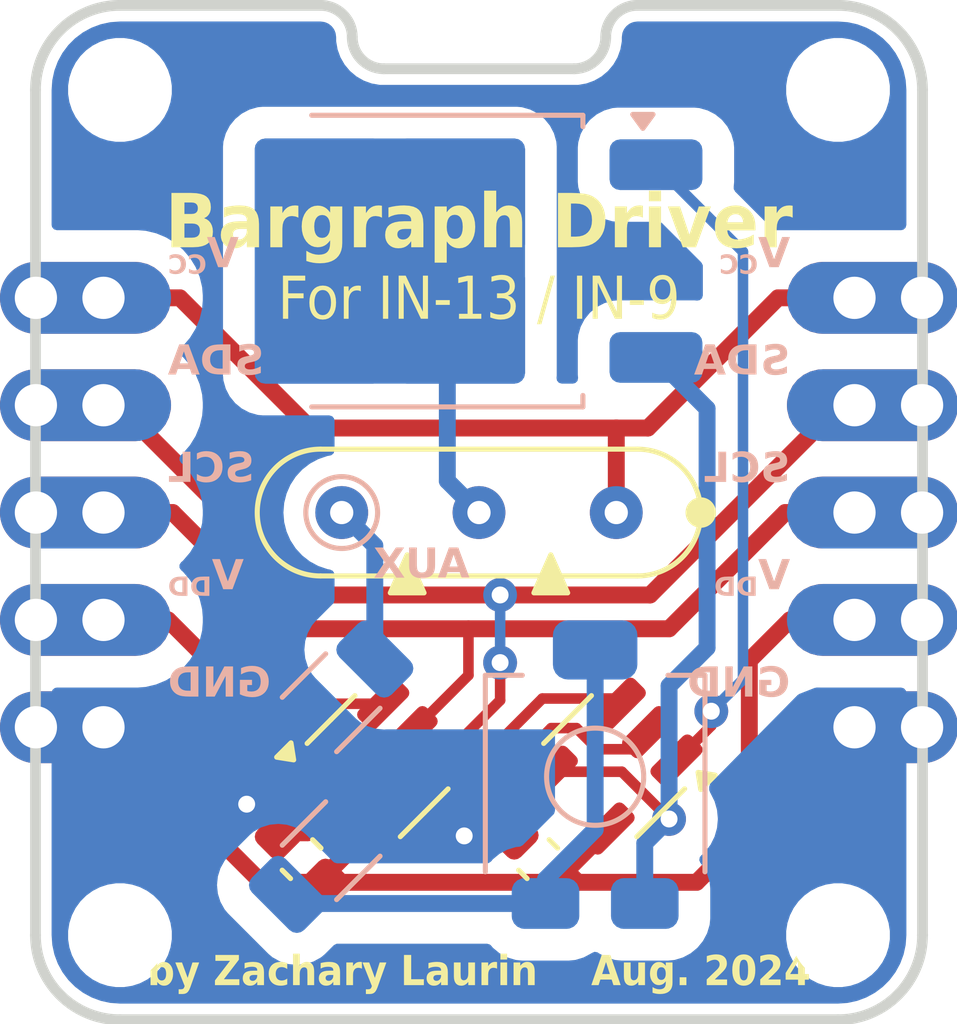
<source format=kicad_pcb>
(kicad_pcb (version 20240108) (generator "pcbnew") (generator_version "8.0")
  (title_block (title "Bargraph Driver") (date "2024-08-12") (rev "1.0.0") (comment 3 "For IN-13 and IN-9 Neon Tubes") (comment 4 "By Zachary Laurin"))
  (layers (0 "F.Cu" signal) (31 "B.Cu" signal) (34 "B.Paste" user) (35 "F.Paste" user) (36 "B.SilkS" user "B.Silkscreen") (37 "F.SilkS" user "F.Silkscreen") (38 "B.Mask" user) (39 "F.Mask" user) (44 "Edge.Cuts" user))
  (net 0 "")
  (net 1 "GND")
  (net 2 "+5V")
  (net 3 "SCL")
  (net 4 "SDA")
  (net 5 "+150V")
  (net 6 "Net-(Q1-C)")
  (net 7 "Net-(Q1-B)")
  (net 8 "Net-(Q1-E)")
  (net 9 "Net-(V1-AUX_Cathode)")
  (net 10 "Net-(R2-Pad1)")
  (net 11 "Net-(U1-+)")
  (footprint "Bargraph:MountingHoleM2" (layer "F.Cu") (at 157 95)
    (property "Reference" "H2" (hide yes))
    (property "Value" "MountingHole" (hide yes))
    (pad "" np_thru_hole circle (at 0 0) (size 2.2 2.2) (drill 2.2) (layers "F&B.Cu" "*.Mask"))
  )
  (footprint "Bargraph:IN-13" (layer "F.Cu") (at 148.5 105)
    (property "Reference" "V1" (hide yes))
    (property "Value" "IN-13" (hide yes))
    (fp_circle (center -3.25 0) (end -2.4 0) (stroke (width 0.12)) (fill none) (layer "B.SilkS"))
    (fp_line (start -3.75 -1.5) (end 3.75 -1.5) (stroke (width 0.12)) (layer "F.SilkS"))
    (fp_line (start 3.75 1.5) (end -3.75 1.5) (stroke (width 0.12)) (layer "F.SilkS"))
    (fp_arc (start -3.75 1.5) (mid -5.25 0) (end -3.75 -1.5) (stroke (width 0.12)) (layer "F.SilkS"))
    (fp_arc (start 3.75 -1.5) (mid 5.25 0) (end 3.75 1.5) (stroke (width 0.12)) (layer "F.SilkS"))
    (fp_circle (center 5.25 0) (end 5.55 0) (stroke (width 0.12)) (fill solid) (layer "F.SilkS"))
    (fp_poly (pts (xy -2.1 1.9) (xy -1.7 1) (xy -1.3 1.9)) (stroke (width 0.12)) (fill solid) (layer "F.SilkS"))
    (fp_poly (pts (xy 1.3 1.9) (xy 1.7 1) (xy 2.1 1.9)) (stroke (width 0.12)) (fill solid) (layer "F.SilkS"))
    (fp_text user "AUX" (at -2.5 1.25 0) (layer "B.SilkS") (effects (font (size 0.7 0.7) (thickness 0.0875)) (justify right mirror)))
    (pad "1" thru_hole circle (at 3.25 0) (size 1.25 1.25) (drill 0.55) (layers "*.Cu" "*.Mask") (net 5 "+150V"))
    (pad "2" thru_hole circle (at 0 0) (size 1.25 1.25) (drill 0.55) (layers "*.Cu" "*.Mask") (net 6 "Net-(Q1-C)"))
    (pad "3" thru_hole circle (at -3.25 0) (size 1.25 1.25) (drill 0.55) (layers "*.Cu" "*.Mask") (net 9 "Net-(V1-AUX_Cathode)"))
  )
  (footprint "Bargraph:MountingHoleM2" (layer "F.Cu") (at 140 115)
    (property "Reference" "H3" (hide yes))
    (property "Value" "MountingHole" (hide yes))
    (pad "" np_thru_hole circle (at 0 0) (size 2.2 2.2) (drill 2.2) (layers "F&B.Cu" "*.Mask"))
  )
  (footprint "Package_TO_SOT_SMD:SOT-23-5" (layer "F.Cu") (at 151.7 111 -135)
    (property "Reference" "U1" (hide yes))
    (property "Value" "MCP6001" (hide yes))
    (fp_line (start 0 1.560001) (end 0.8 1.56) (stroke (width 0.12)) (layer "F.SilkS"))
    (fp_line (start 0 1.560001) (end -0.8 1.56) (stroke (width 0.12)) (layer "F.SilkS"))
    (fp_line (start 0 -1.560001) (end 0.8 -1.56) (stroke (width 0.12)) (layer "F.SilkS"))
    (fp_line (start 0 -1.560001) (end -0.8 -1.56) (stroke (width 0.12)) (layer "F.SilkS"))
    (fp_poly (pts (xy -1.3 -1.51) (xy -1.54 -1.84) (xy -1.06 -1.84) (xy -1.3 -1.51)) (stroke (width 0.12)) (fill solid) (layer "F.SilkS"))
    (pad "1" smd roundrect (at -1.1375 -0.949999 225) (size 1.325 0.6) (layers "F.Cu" "F.Paste" "F.Mask") (net 7 "Net-(Q1-B)"))
    (pad "2" smd roundrect (at -1.1375 0 225) (size 1.325 0.6) (layers "F.Cu" "F.Paste" "F.Mask") (net 1 "GND"))
    (pad "3" smd roundrect (at -1.1375 0.949999 225) (size 1.325 0.6) (layers "F.Cu" "F.Paste" "F.Mask") (net 11 "Net-(U1-+)"))
    (pad "4" smd roundrect (at 1.1375 0.949999 225) (size 1.325 0.6) (layers "F.Cu" "F.Paste" "F.Mask") (net 8 "Net-(Q1-E)"))
    (pad "5" smd roundrect (at 1.1375 -0.949999 225) (size 1.325 0.6) (layers "F.Cu" "F.Paste" "F.Mask") (net 2 "+5V"))
  )
  (footprint "Bargraph:MountingHoleM2" (layer "F.Cu") (at 140 95)
    (property "Reference" "H1" (hide yes))
    (property "Value" "MountingHole" (hide yes))
    (pad "" np_thru_hole circle (at 0 0) (size 2.2 2.2) (drill 2.2) (layers "F&B.Cu" "*.Mask"))
  )
  (footprint "Bargraph:Connector" (layer "F.Cu") (at 139.61 105)
    (property "Reference" "J1" (hide yes))
    (property "Value" "Conn_01x05" (hide yes))
    (fp_text user "GND" (at 1.524 4.064 0) (layer "B.SilkS") (effects (font (size 0.7 0.7) (thickness 0.0875)) (justify right mirror)))
    (fp_text user "V_{DD}" (at 1.524 1.524 0) (layer "B.SilkS") (effects (font (size 0.7 0.7) (thickness 0.0875)) (justify right mirror)))
    (fp_text user "V_{CC}" (at 1.524 -6.096 0) (layer "B.SilkS") (effects (font (size 0.7 0.7) (thickness 0.0875)) (justify right mirror)))
    (fp_text user "SDA" (at 1.524 -3.556 0) (layer "B.SilkS") (effects (font (size 0.7 0.7) (thickness 0.0875)) (justify right mirror)))
    (fp_text user "SCL" (at 1.524 -1.016 0) (layer "B.SilkS") (effects (font (size 0.7 0.7) (thickness 0.0875)) (justify right mirror)))
    (pad "1" thru_hole circle (at -1.6 -5.08) (size 1.7 1.7) (drill 1) (layers "*.Cu" "*.Mask") (net 5 "+150V"))
    (pad "1" thru_hole roundrect (at 0 -5.08) (size 3.2 1.7) (drill 1) (layers "*.Cu" "*.Mask") (roundrect_rratio 0.5) (chamfer_ratio 0) (chamfer top_left bottom_left) (net 5 "+150V"))
    (pad "2" thru_hole circle (at -1.6 -2.54) (size 1.7 1.7) (drill 1) (layers "*.Cu" "*.Mask") (net 4 "SDA"))
    (pad "2" thru_hole roundrect (at 0 -2.54) (size 3.2 1.7) (drill 1) (layers "*.Cu" "*.Mask") (roundrect_rratio 0.5) (chamfer_ratio 0) (chamfer top_left bottom_left) (net 4 "SDA"))
    (pad "3" thru_hole circle (at -1.6 0) (size 1.7 1.7) (drill 1) (layers "*.Cu" "*.Mask") (net 3 "SCL"))
    (pad "3" thru_hole roundrect (at 0 0) (size 3.2 1.7) (drill 1) (layers "*.Cu" "*.Mask") (roundrect_rratio 0.5) (chamfer_ratio 0) (chamfer top_left bottom_left) (net 3 "SCL"))
    (pad "4" thru_hole circle (at -1.6 2.54) (size 1.7 1.7) (drill 1) (layers "*.Cu" "*.Mask") (net 2 "+5V"))
    (pad "4" thru_hole roundrect (at 0 2.54) (size 3.2 1.7) (drill 1) (layers "*.Cu" "*.Mask") (roundrect_rratio 0.5) (chamfer_ratio 0) (chamfer top_left bottom_left) (net 2 "+5V"))
    (pad "5" thru_hole circle (at -1.6 5.08) (size 1.7 1.7) (drill 1) (layers "*.Cu" "*.Mask") (net 1 "GND"))
    (pad "5" thru_hole roundrect (at 0 5.08) (size 3.2 1.7) (drill 1) (layers "*.Cu" "*.Mask") (roundrect_rratio 0.5) (chamfer_ratio 0) (chamfer top_left bottom_left) (net 1 "GND"))
  )
  (footprint "Capacitor_SMD:C_0603_1608Metric" (layer "F.Cu") (at 144.3 113.2 135)
    (property "Reference" "C2" (hide yes))
    (property "Value" "0.1uF" (hide yes))
    (fp_line (start -0.140581 -0.51) (end 0.140581 -0.51) (stroke (width 0.12)) (layer "F.SilkS"))
    (fp_line (start -0.140581 0.51) (end 0.140581 0.51) (stroke (width 0.12)) (layer "F.SilkS"))
    (pad "1" smd roundrect (at -0.775 0 135) (size 0.9 0.95) (layers "F.Cu" "F.Paste" "F.Mask") (net 2 "+5V"))
    (pad "2" smd roundrect (at 0.775 0 135) (size 0.9 0.95) (layers "F.Cu" "F.Paste" "F.Mask") (net 1 "GND"))
  )
  (footprint "Bargraph:MountingHoleM2" (layer "F.Cu") (at 157 115)
    (property "Reference" "H4" (hide yes))
    (property "Value" "MountingHole" (hide yes))
    (pad "" np_thru_hole circle (at 0 0) (size 2.2 2.2) (drill 2.2) (layers "F&B.Cu" "*.Mask"))
  )
  (footprint "Capacitor_SMD:C_0603_1608Metric" (layer "F.Cu") (at 149.9 113.2 135)
    (property "Reference" "C1" (hide yes))
    (property "Value" "0.1uF" (hide yes))
    (fp_line (start -0.140581 -0.51) (end 0.140581 -0.51) (stroke (width 0.12)) (layer "F.SilkS"))
    (fp_line (start -0.140581 0.51) (end 0.140581 0.51) (stroke (width 0.12)) (layer "F.SilkS"))
    (pad "1" smd roundrect (at -0.775 0 135) (size 0.9 0.95) (layers "F.Cu" "F.Paste" "F.Mask") (net 2 "+5V"))
    (pad "2" smd roundrect (at 0.775 0 135) (size 0.9 0.95) (layers "F.Cu" "F.Paste" "F.Mask") (net 1 "GND"))
  )
  (footprint "Package_TO_SOT_SMD:SOT-23-6" (layer "F.Cu") (at 146.1 111 45)
    (property "Reference" "U2" (hide yes))
    (property "Value" "MCP4706" (hide yes))
    (fp_line (start 0 -1.560001) (end -0.8 -1.56) (stroke (width 0.12)) (layer "F.SilkS"))
    (fp_line (start 0 -1.560001) (end 0.8 -1.56) (stroke (width 0.12)) (layer "F.SilkS"))
    (fp_line (start 0 1.560001) (end -0.8 1.56) (stroke (width 0.12)) (layer "F.SilkS"))
    (fp_line (start 0 1.560001) (end 0.8 1.56) (stroke (width 0.12)) (layer "F.SilkS"))
    (fp_poly (pts (xy -1.3 -1.51) (xy -1.54 -1.84) (xy -1.06 -1.84) (xy -1.3 -1.51)) (stroke (width 0.12)) (fill solid) (layer "F.SilkS"))
    (pad "1" smd roundrect (at -1.1375 -0.949999 45) (size 1.325 0.6) (layers "F.Cu" "F.Paste" "F.Mask") (net 11 "Net-(U1-+)"))
    (pad "2" smd roundrect (at -1.1375 0 45) (size 1.325 0.6) (layers "F.Cu" "F.Paste" "F.Mask") (net 1 "GND"))
    (pad "3" smd roundrect (at -1.1375 0.949999 45) (size 1.325 0.6) (layers "F.Cu" "F.Paste" "F.Mask") (net 2 "+5V"))
    (pad "4" smd roundrect (at 1.1375 0.949999 45) (size 1.325 0.6) (layers "F.Cu" "F.Paste" "F.Mask") (net 4 "SDA"))
    (pad "5" smd roundrect (at 1.1375 0 45) (size 1.325 0.6) (layers "F.Cu" "F.Paste" "F.Mask") (net 3 "SCL"))
    (pad "6" smd roundrect (at 1.1375 -0.949999 45) (size 1.325 0.6) (layers "F.Cu" "F.Paste" "F.Mask") (net 2 "+5V"))
  )
  (footprint "Bargraph:Connector" (layer "B.Cu") (at 157.39 105 180)
    (property "Reference" "J2" (hide yes))
    (property "Value" "Conn_01x05" (hide yes))
    (fp_text user "V_{CC}" (at 1.524 6.096 0) (layer "B.SilkS") (effects (font (size 0.7 0.7) (thickness 0.0875)) (justify left mirror)))
    (fp_text user "V_{DD}" (at 1.524 -1.524 0) (layer "B.SilkS") (effects (font (size 0.7 0.7) (thickness 0.0875)) (justify left mirror)))
    (fp_text user "GND" (at 1.524 -4.064 0) (layer "B.SilkS") (effects (font (size 0.7 0.7) (thickness 0.0875)) (justify left mirror)))
    (fp_text user "SCL" (at 1.524 1.016 0) (layer "B.SilkS") (effects (font (size 0.7 0.7) (thickness 0.0875)) (justify left mirror)))
    (fp_text user "SDA" (at 1.524 3.556 0) (layer "B.SilkS") (effects (font (size 0.7 0.7) (thickness 0.0875)) (justify left mirror)))
    (pad "1" thru_hole circle (at -1.6 5.08 180) (size 1.7 1.7) (drill 1) (layers "*.Cu" "*.Mask") (net 5 "+150V"))
    (pad "1" thru_hole roundrect (at 0 5.08 180) (size 3.2 1.7) (drill 1) (layers "*.Cu" "*.Mask") (roundrect_rratio 0.5) (chamfer_ratio 0) (chamfer top_left bottom_left) (net 5 "+150V"))
    (pad "2" thru_hole circle (at -1.6 2.54 180) (size 1.7 1.7) (drill 1) (layers "*.Cu" "*.Mask") (net 4 "SDA"))
    (pad "2" thru_hole roundrect (at 0 2.54 180) (size 3.2 1.7) (drill 1) (layers "*.Cu" "*.Mask") (roundrect_rratio 0.5) (chamfer_ratio 0) (chamfer top_left bottom_left) (net 4 "SDA"))
    (pad "3" thru_hole circle (at -1.6 0 180) (size 1.7 1.7) (drill 1) (layers "*.Cu" "*.Mask") (net 3 "SCL"))
    (pad "3" thru_hole roundrect (at 0 0 180) (size 3.2 1.7) (drill 1) (layers "*.Cu" "*.Mask") (roundrect_rratio 0.5) (chamfer_ratio 0) (chamfer top_left bottom_left) (net 3 "SCL"))
    (pad "4" thru_hole circle (at -1.6 -2.54 180) (size 1.7 1.7) (drill 1) (layers "*.Cu" "*.Mask") (net 2 "+5V"))
    (pad "4" thru_hole roundrect (at 0 -2.54 180) (size 3.2 1.7) (drill 1) (layers "*.Cu" "*.Mask") (roundrect_rratio 0.5) (chamfer_ratio 0) (chamfer top_left bottom_left) (net 2 "+5V"))
    (pad "5" thru_hole circle (at -1.6 -5.08 180) (size 1.7 1.7) (drill 1) (layers "*.Cu" "*.Mask") (net 1 "GND"))
    (pad "5" thru_hole roundrect (at 0 -5.08 180) (size 3.2 1.7) (drill 1) (layers "*.Cu" "*.Mask") (roundrect_rratio 0.5) (chamfer_ratio 0) (chamfer top_left bottom_left) (net 1 "GND"))
  )
  (footprint "Resistor_SMD:R_1206_3216Metric" (layer "B.Cu") (at 145 113 45)
    (property "Reference" "R2" (hide yes))
    (property "Value" "470R" (hide yes))
    (fp_line (start 0.727064 -0.91) (end -0.727064 -0.91) (stroke (width 0.12)) (layer "B.SilkS"))
    (fp_line (start 0.727064 0.91) (end -0.727064 0.91) (stroke (width 0.12)) (layer "B.SilkS"))
    (pad "1" smd roundrect (at -1.4625 0 45) (size 1.125 1.75) (layers "B.Cu" "B.Paste" "B.Mask") (roundrect_rratio 0.222222) (net 10 "Net-(R2-Pad1)"))
    (pad "2" smd roundrect (at 1.4625 0 45) (size 1.125 1.75) (layers "B.Cu" "B.Paste" "B.Mask") (roundrect_rratio 0.222222) (net 1 "GND"))
  )
  (footprint "Package_TO_SOT_SMD:TO-252-2" (layer "B.Cu") (at 147.65 99.05 180)
    (property "Reference" "Q1" (hide yes))
    (property "Value" "MJD340" (hide yes))
    (fp_line (start -3.31 3.45) (end 3.11 3.45) (stroke (width 0.12)) (layer "B.SilkS"))
    (fp_line (start -3.31 3.18) (end -3.31 3.45) (stroke (width 0.12)) (layer "B.SilkS"))
    (fp_line (start -3.31 -3.18) (end -3.31 -3.45) (stroke (width 0.12)) (layer "B.SilkS"))
    (fp_line (start -3.31 -3.45) (end 3.11 -3.45) (stroke (width 0.12)) (layer "B.SilkS"))
    (fp_poly (pts (xy -4.73 3.14) (xy -4.97 3.47) (xy -4.49 3.47) (xy -4.73 3.14)) (stroke (width 0.12)) (fill solid) (layer "B.SilkS"))
    (pad "1" smd roundrect (at -5.04 2.28 180) (size 2.2 1.2) (layers "B.Cu" "B.Paste" "B.Mask") (roundrect_rratio 0.208333) (net 7 "Net-(Q1-B)"))
    (pad "2" smd roundrect (at -0.415 -1.525 180) (size 3.05 2.75) (layers "B.Cu" "B.Paste") (roundrect_rratio 0.090909) (net 6 "Net-(Q1-C)"))
    (pad "2" smd roundrect (at -0.415 1.525 180) (size 3.05 2.75) (layers "B.Cu" "B.Paste") (roundrect_rratio 0.090909) (net 6 "Net-(Q1-C)"))
    (pad "2" smd roundrect (at 1.26 0 180) (size 6.4 5.8) (layers "B.Cu" "B.Mask") (roundrect_rratio 0.043103) (net 6 "Net-(Q1-C)"))
    (pad "2" smd roundrect (at 2.935 -1.525 180) (size 3.05 2.75) (layers "B.Cu" "B.Paste") (roundrect_rratio 0.090909) (net 6 "Net-(Q1-C)"))
    (pad "2" smd roundrect (at 2.935 1.525 180) (size 3.05 2.75) (layers "B.Cu" "B.Paste") (roundrect_rratio 0.090909) (net 6 "Net-(Q1-C)"))
    (pad "3" smd roundrect (at -5.04 -2.28 180) (size 2.2 1.2) (layers "B.Cu" "B.Paste" "B.Mask") (roundrect_rratio 0.208333) (net 8 "Net-(Q1-E)"))
  )
  (footprint "Resistor_SMD:R_1206_3216Metric" (layer "B.Cu") (at 145 109.5 -135)
    (property "Reference" "R1" (hide yes))
    (property "Value" "220K" (hide yes))
    (fp_line (start 0.727064 0.91) (end -0.727064 0.91) (stroke (width 0.12)) (layer "B.SilkS"))
    (fp_line (start 0.727064 -0.91) (end -0.727064 -0.91) (stroke (width 0.12)) (layer "B.SilkS"))
    (pad "1" smd roundrect (at -1.4625 0 225) (size 1.125 1.75) (layers "B.Cu" "B.Paste" "B.Mask") (roundrect_rratio 0.222222) (net 9 "Net-(V1-AUX_Cathode)"))
    (pad "2" smd roundrect (at 1.4625 0 225) (size 1.125 1.75) (layers "B.Cu" "B.Paste" "B.Mask") (roundrect_rratio 0.222222) (net 1 "GND"))
  )
  (footprint "Bargraph:ST-4EB" (layer "B.Cu") (at 151.25 111.25 180)
    (property "Reference" "RV1" (hide yes))
    (property "Value" "2K" (hide yes))
    (fp_line (start 2.6 -2.25) (end 2.6 2.4) (stroke (width 0.12)) (layer "B.SilkS"))
    (fp_line (start 1.725 2.4) (end 2.6 2.4) (stroke (width 0.12)) (layer "B.SilkS"))
    (fp_line (start -1.725 2.4) (end -2.6 2.4) (stroke (width 0.12)) (layer "B.SilkS"))
    (fp_line (start -2.6 -2.25) (end -2.6 2.4) (stroke (width 0.12)) (layer "B.SilkS"))
    (fp_circle (center 0 0) (end 1.15 0) (stroke (width 0.12)) (fill none) (layer "B.SilkS"))
    (pad "1" smd roundrect (at 1.175 -3 180) (size 1.6 1.2) (layers "B.Cu" "B.Paste" "B.Mask") (net 10 "Net-(R2-Pad1)"))
    (pad "2" smd roundrect (at 0 3 180) (size 2 1.4) (layers "B.Cu" "B.Paste" "B.Mask") (net 10 "Net-(R2-Pad1)"))
    (pad "3" smd roundrect (at -1.175 -3 180) (size 1.6 1.2) (layers "B.Cu" "B.Paste" "B.Mask") (net 8 "Net-(Q1-E)"))
  )
  (gr_line (start 138 115) (end 138 95) (stroke (width 0.254)) (layer "Edge.Cuts"))
  (gr_line (start 159 95) (end 159 115) (stroke (width 0.254)) (layer "Edge.Cuts"))
  (gr_arc (start 144.75 93) (mid 145.28033 93.21967) (end 145.5 93.75) (stroke (width 0.254)) (layer "Edge.Cuts"))
  (gr_arc (start 146.25 94.5) (mid 145.71967 94.28033) (end 145.5 93.75) (stroke (width 0.254)) (layer "Edge.Cuts"))
  (gr_arc (start 157 93) (mid 158.414214 93.585786) (end 159 95) (stroke (width 0.254)) (layer "Edge.Cuts"))
  (gr_line (start 150.75 94.5) (end 146.25 94.5) (stroke (width 0.254)) (layer "Edge.Cuts"))
  (gr_line (start 140 93) (end 144.75 93) (stroke (width 0.254)) (layer "Edge.Cuts"))
  (gr_line (start 157 117) (end 140 117) (stroke (width 0.254)) (layer "Edge.Cuts"))
  (gr_line (start 157 93) (end 152.25 93) (stroke (width 0.254)) (layer "Edge.Cuts"))
  (gr_arc (start 151.5 93.75) (mid 151.71967 93.21967) (end 152.25 93) (stroke (width 0.254)) (layer "Edge.Cuts"))
  (gr_arc (start 140 117) (mid 138.585786 116.414214) (end 138 115) (stroke (width 0.254)) (layer "Edge.Cuts"))
  (gr_arc (start 159 115) (mid 158.414214 116.414214) (end 157 117) (stroke (width 0.254)) (layer "Edge.Cuts"))
  (gr_arc (start 138 95) (mid 138.585786 93.585786) (end 140 93) (stroke (width 0.254)) (layer "Edge.Cuts"))
  (gr_arc (start 151.5 93.75) (mid 151.28033 94.28033) (end 150.75 94.5) (stroke (width 0.254)) (layer "Edge.Cuts"))
  (gr_text "by Zachary Laurin    Aug. 2024" (at 148.5 116.3 0) (layer "F.SilkS") (effects (font (size 0.7 0.65) (thickness 0.125)) (justify bottom)))
  (gr_text "Bargraph Driver" (at 148.5 98.2 0) (layer "F.SilkS") (effects (font (size 1.26 1.17) (thickness 0.125))))
  (gr_text "For IN-13 / IN-9" (at 148.5 100 0) (layer "F.SilkS") (effects (font (size 1 0.9) (thickness 0.125))))
  (segment (start 152.1 110.6) (end 151.30818 110.6) (width 0.25) (layer "F.Cu") (net 1))
  (segment (start 150.80818 110.1) (end 150.209077 110.1) (width 0.25) (layer "F.Cu") (net 1))
  (segment (start 149.151992 111.157085) (end 149.151992 112.451992) (width 0.25) (layer "F.Cu") (net 1))
  (segment (start 144.448008 112.651992) (end 143.751992 112.651992) (width 0.25) (layer "F.Cu") (net 1))
  (segment (start 143.751992 112.651992) (end 143 111.9) (width 0.4) (layer "F.Cu") (net 1))
  (segment (start 148.15 112.65) (end 148.151992 112.651992) (width 0.4) (layer "F.Cu") (net 1))
  (segment (start 149.151992 112.451992) (end 149.351992 112.651992) (width 0.25) (layer "F.Cu") (net 1))
  (segment (start 152.504334 110.195666) (end 152.1 110.6) (width 0.25) (layer "F.Cu") (net 1))
  (segment (start 150.209077 110.1) (end 149.151992 111.157085) (width 0.25) (layer "F.Cu") (net 1))
  (segment (start 145.295666 111.804334) (end 144.448008 112.651992) (width 0.25) (layer "F.Cu") (net 1))
  (segment (start 148.151992 112.651992) (end 149.351992 112.651992) (width 0.4) (layer "F.Cu") (net 1))
  (segment (start 151.30818 110.6) (end 150.80818 110.1) (width 0.25) (layer "F.Cu") (net 1))
  (via (at 148.15 112.65) (size 0.8) (drill 0.4) (layers "F.Cu" "B.Cu") (net 1))
  (via (at 143 111.9) (size 0.8) (drill 0.4) (layers "F.Cu" "B.Cu") (net 1))
  (segment (start 146.232583 109.523915) (end 142.1 109.523915) (width 0.25) (layer "F.Cu") (net 2))
  (segment (start 154.9 112.5) (end 154.9 108.5) (width 0.4) (layer "F.Cu") (net 2))
  (segment (start 150.448008 113.748008) (end 153.651992 113.748008) (width 0.4) (layer "F.Cu") (net 2))
  (segment (start 144.848008 113.748008) (end 143.348008 113.748008) (width 0.4) (layer "F.Cu") (net 2))
  (segment (start 155.86 107.54) (end 157.39 107.54) (width 0.4) (layer "F.Cu") (net 2))
  (segment (start 144.848008 113.748008) (end 144.848008 113.595494) (width 0.4) (layer "F.Cu") (net 2))
  (segment (start 144.848008 113.595494) (end 145.967417 112.476085) (width 0.4) (layer "F.Cu") (net 2))
  (segment (start 150.448008 113.748008) (end 150.448008 113.595494) (width 0.4) (layer "F.Cu") (net 2))
  (segment (start 154.9 108.5) (end 155.86 107.54) (width 0.4) (layer "F.Cu") (net 2))
  (segment (start 142.1 108.5) (end 141.14 107.54) (width 0.4) (layer "F.Cu") (net 2))
  (segment (start 150.448008 113.595494) (end 151.567417 112.476085) (width 0.4) (layer "F.Cu") (net 2))
  (segment (start 142.1 112.5) (end 142.1 108.5) (width 0.4) (layer "F.Cu") (net 2))
  (segment (start 153.651992 113.748008) (end 154.9 112.5) (width 0.4) (layer "F.Cu") (net 2))
  (segment (start 143.348008 113.748008) (end 142.1 112.5) (width 0.4) (layer "F.Cu") (net 2))
  (segment (start 141.14 107.54) (end 139.61 107.54) (width 0.4) (layer "F.Cu") (net 2))
  (segment (start 150.448008 113.748008) (end 144.848008 113.748008) (width 0.4) (layer "F.Cu") (net 2))
  (segment (start 155.75 105) (end 157.39 105) (width 0.4) (layer "F.Cu") (net 3))
  (segment (start 146.904334 110.195666) (end 148.25 108.85) (width 0.25) (layer "F.Cu") (net 3))
  (segment (start 148.25 108.85) (end 148.25 107.75) (width 0.25) (layer "F.Cu") (net 3))
  (segment (start 148.25 107.75) (end 153 107.75) (width 0.4) (layer "F.Cu") (net 3))
  (segment (start 153 107.75) (end 155.75 105) (width 0.4) (layer "F.Cu") (net 3))
  (segment (start 144 107.75) (end 148.25 107.75) (width 0.4) (layer "F.Cu") (net 3))
  (segment (start 139.61 105) (end 141.25 105) (width 0.4) (layer "F.Cu") (net 3))
  (segment (start 141.25 105) (end 144 107.75) (width 0.4) (layer "F.Cu") (net 3))
  (segment (start 157.04 102.46) (end 157.39 102.46) (width 0.4) (layer "F.Cu") (net 4))
  (segment (start 149 106.95) (end 152.55 106.95) (width 0.4) (layer "F.Cu") (net 4))
  (segment (start 149 108.55) (end 149 109.443502) (width 0.25) (layer "F.Cu") (net 4))
  (segment (start 144.45 106.95) (end 139.96 102.46) (width 0.4) (layer "F.Cu") (net 4))
  (segment (start 152.55 106.95) (end 157.04 102.46) (width 0.4) (layer "F.Cu") (net 4))
  (segment (start 149 109.443502) (end 147.576085 110.867417) (width 0.25) (layer "F.Cu") (net 4))
  (segment (start 139.96 102.46) (end 139.61 102.46) (width 0.4) (layer "F.Cu") (net 4))
  (segment (start 149 106.95) (end 144.45 106.95) (width 0.4) (layer "F.Cu") (net 4))
  (via (at 149 108.55) (size 0.8) (drill 0.4) (layers "F.Cu" "B.Cu") (net 4))
  (via (at 149 106.95) (size 0.8) (drill 0.4) (layers "F.Cu" "B.Cu") (net 4))
  (segment (start 149 108.55) (end 149 106.95) (width 0.25) (layer "B.Cu") (net 4))
  (segment (start 155.58 99.92) (end 152.5 103) (width 0.4) (layer "F.Cu") (net 5))
  (segment (start 152.5 103) (end 151.75 103) (width 0.4) (layer "F.Cu") (net 5))
  (segment (start 157.39 99.92) (end 155.58 99.92) (width 0.4) (layer "F.Cu") (net 5))
  (segment (start 144.5 103) (end 151.75 103) (width 0.4) (layer "F.Cu") (net 5))
  (segment (start 151.75 105) (end 151.75 103) (width 0.4) (layer "F.Cu") (net 5))
  (segment (start 144.5 103) (end 141.42 99.92) (width 0.4) (layer "F.Cu") (net 5))
  (segment (start 141.42 99.92) (end 139.61 99.92) (width 0.4) (layer "F.Cu") (net 5))
  (segment (start 146.39 99.05) (end 147.75 100.41) (width 0.4) (layer "B.Cu") (net 6))
  (segment (start 147.75 104.25) (end 148.5 105) (width 0.4) (layer "B.Cu") (net 6))
  (segment (start 147.75 100.41) (end 147.75 104.25) (width 0.4) (layer "B.Cu") (net 6))
  (segment (start 154 110.043502) (end 153.176085 110.867417) (width 0.25) (layer "F.Cu") (net 7))
  (segment (start 154 109.7) (end 154 110.043502) (width 0.25) (layer "F.Cu") (net 7))
  (via (at 154 109.7) (size 0.8) (drill 0.4) (layers "F.Cu" "B.Cu") (net 7))
  (segment (start 154.75 98.83) (end 152.69 96.77) (width 0.25) (layer "B.Cu") (net 7))
  (segment (start 154 109.7) (end 154.75 108.95) (width 0.25) (layer "B.Cu") (net 7))
  (segment (start 154.75 108.95) (end 154.75 98.83) (width 0.25) (layer "B.Cu") (net 7))
  (segment (start 151.882583 111.132583) (end 150.223915 111.132583) (width 0.25) (layer "F.Cu") (net 8))
  (segment (start 153 112.25) (end 151.882583 111.132583) (width 0.25) (layer "F.Cu") (net 8))
  (via (at 153 112.25) (size 0.8) (drill 0.4) (layers "F.Cu" "B.Cu") (net 8))
  (segment (start 153 112.25) (end 152.425 112.825) (width 0.4) (layer "B.Cu") (net 8))
  (segment (start 153.9 108.2) (end 153.9 102.54) (width 0.4) (layer "B.Cu") (net 8))
  (segment (start 153 109.1) (end 153.9 108.2) (width 0.4) (layer "B.Cu") (net 8))
  (segment (start 152.425 112.825) (end 152.425 114.25) (width 0.4) (layer "B.Cu") (net 8))
  (segment (start 153.9 102.54) (end 152.69 101.33) (width 0.4) (layer "B.Cu") (net 8))
  (segment (start 153 112.25) (end 153 109.1) (width 0.4) (layer "B.Cu") (net 8))
  (segment (start 146.034144 105.784144) (end 145.25 105) (width 0.4) (layer "B.Cu") (net 9))
  (segment (start 146.034144 108.465856) (end 146.034144 105.784144) (width 0.4) (layer "B.Cu") (net 9))
  (segment (start 150.075 114.25) (end 144.181712 114.25) (width 0.4) (layer "B.Cu") (net 10))
  (segment (start 144.181712 114.25) (end 143.965856 114.034144) (width 0.4) (layer "B.Cu") (net 10))
  (segment (start 150.075 113.675) (end 150.075 114.25) (width 0.4) (layer "B.Cu") (net 10))
  (segment (start 151.25 108.25) (end 151.25 112.5) (width 0.4) (layer "B.Cu") (net 10))
  (segment (start 151.25 112.5) (end 150.075 113.675) (width 0.4) (layer "B.Cu") (net 10))
  (segment (start 145.9 110.8) (end 144.956498 110.8) (width 0.25) (layer "F.Cu") (net 11))
  (segment (start 151.708668 109.4) (end 150 109.4) (width 0.25) (layer "F.Cu") (net 11))
  (segment (start 147.586186 111.813814) (end 146.913814 111.813814) (width 0.25) (layer "F.Cu") (net 11))
  (segment (start 150 109.4) (end 147.586186 111.813814) (width 0.25) (layer "F.Cu") (net 11))
  (segment (start 144.956498 110.8) (end 144.623915 111.132583) (width 0.25) (layer "F.Cu") (net 11))
  (segment (start 151.832583 109.523915) (end 151.708668 109.4) (width 0.25) (layer "F.Cu") (net 11))
  (segment (start 146.913814 111.813814) (end 145.9 110.8) (width 0.25) (layer "F.Cu") (net 11))
  (zone (net 0) (net_name "") (layer "B.Cu") (name "GND Keepout") (connect_pads (clearance 0)) (min_thickness 0.25)
    (keepout (tracks allowed) (vias allowed) (pads allowed) (copperpour not_allowed) (footprints allowed))
    (fill (thermal_gap 0.5) (thermal_bridge_width 0.5))
    (polygon (pts (xy 159 98.32) (xy 153.8 98.32) (xy 153.8 101.95) (xy 145.08 101.95) (xy 145.08 109.25) (xy 146.25 110.13) (xy 153.53 110.13) (xy 153.95 110.13) (xy 153.95 111.44) (xy 156.06 109.3) (xy 156.47 109.14) (xy 159 109.14)))
  )
  (zone (net 1) (net_name "GND") (layer "B.Cu") (name "GND Plane") (connect_pads yes (clearance 0.75)) (min_thickness 0.25) (fill yes (thermal_gap 0.25) (thermal_bridge_width 0.25))
    (polygon (pts (xy 138 93) (xy 159 93) (xy 159 117) (xy 138 117)))
  )
)
</source>
